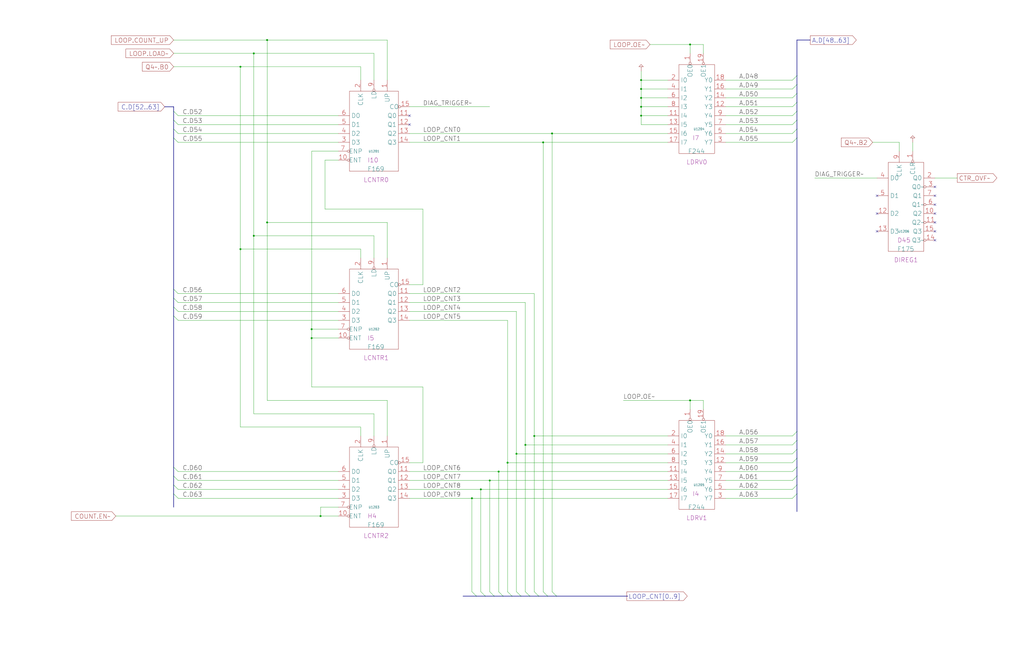
<source format=kicad_sch>
(kicad_sch (version 20230121) (generator eeschema)
  (paper "User" 584.2 378.46)
  (title_block (title "COUNTER LOGIC") (date "15-MAR-90") (rev "1.0") (comment 1 "TYPE") (comment 2 "232-003062") (comment 3 "S400") (comment 4 "RELEASED"))
  (lib_symbols
    (symbol "r1000:F169" (pin_names (offset 1.016))
      (property "Reference" "U" (at 2.54 5.08 0))
      (property "Value" "F169" (at -1.27 -5.08 0))
      (property "Location" "___" (at -1.27 0 0))
      (property "Name" "______" (at 3.81 -12.7 0))
      (symbol "F169_1_1"
        (circle (center -12.065 0) (radius 0.635))
        (circle (center -12.065 5.08) (radius 0.635))
        (rectangle (start -11.43 39.37) (end 16.51 -6.35))
        (circle (center 2.54 40.005) (radius 0.635))
        (circle (center 17.145 30.48) (radius 0.635))
        (pin input line (at 10.16 45.72 270) (length 6.35) (name "UP") (number "1"))
        (pin input line (at -17.78 0 0) (length 5.08) (name "ENT") (number "10"))
        (pin output line (at 22.86 25.4 180) (length 6.35) (name "Q0") (number "11"))
        (pin output line (at 22.86 20.32 180) (length 6.35) (name "Q1") (number "12"))
        (pin output line (at 22.86 15.24 180) (length 6.35) (name "Q2") (number "13"))
        (pin output line (at 22.86 10.16 180) (length 6.35) (name "Q3") (number "14"))
        (pin output line (at 22.86 30.48 180) (length 5.08) (name "CO") (number "15"))
        (pin input line (at -5.08 45.72 270) (length 6.35) (name "CLK") (number "2"))
        (pin input line (at -17.78 10.16 0) (length 6.35) (name "D3") (number "3"))
        (pin input line (at -17.78 15.24 0) (length 6.35) (name "D2") (number "4"))
        (pin input line (at -17.78 20.32 0) (length 6.35) (name "D1") (number "5"))
        (pin input line (at -17.78 25.4 0) (length 6.35) (name "D0") (number "6"))
        (pin input line (at -17.78 5.08 0) (length 5.08) (name "ENP") (number "7"))
        (pin input line (at 2.54 45.72 270) (length 5.08) (name "LD") (number "9"))
      )
    )
    (symbol "r1000:F175" (pin_names (offset 1.016))
      (property "Reference" "U" (at 2.54 5.08 0))
      (property "Value" "F175" (at -1.27 -5.08 0))
      (property "Location" "___" (at -1.27 0 0))
      (property "Name" "______" (at 3.81 -12.7 0))
      (symbol "F175_1_1"
        (rectangle (start -6.35 44.45) (end 13.97 -6.35))
        (circle (center 7.62 45.085) (radius 0.635))
        (circle (center 14.605 0) (radius 0.635))
        (circle (center 14.605 10.16) (radius 0.635))
        (circle (center 14.605 20.32) (radius 0.635))
        (circle (center 14.605 30.48) (radius 0.635))
        (pin input line (at 7.62 50.8 270) (length 5.08) (name "CLR") (number "1"))
        (pin output line (at 20.32 15.24 180) (length 6.35) (name "Q2") (number "10"))
        (pin output line (at 20.32 10.16 180) (length 5.08) (name "Q2~") (number "11"))
        (pin input line (at -12.7 15.24 0) (length 6.35) (name "D2") (number "12"))
        (pin input line (at -12.7 5.08 0) (length 6.35) (name "D3") (number "13"))
        (pin output line (at 20.32 0 180) (length 5.08) (name "Q3~") (number "14"))
        (pin output line (at 20.32 5.08 180) (length 6.35) (name "Q3") (number "15"))
        (pin output line (at 20.32 35.56 180) (length 6.35) (name "Q0") (number "2"))
        (pin output line (at 20.32 30.48 180) (length 5.08) (name "Q0~") (number "3"))
        (pin input line (at -12.7 35.56 0) (length 6.35) (name "D0") (number "4"))
        (pin input line (at -12.7 25.4 0) (length 6.35) (name "D1") (number "5"))
        (pin output line (at 20.32 20.32 180) (length 5.08) (name "Q1~") (number "6"))
        (pin output line (at 20.32 25.4 180) (length 6.35) (name "Q1") (number "7"))
        (pin input line (at 0 50.8 270) (length 6.35) (name "CLK") (number "9"))
      )
    )
    (symbol "r1000:F244" (pin_names (offset 1.016))
      (property "Reference" "U" (at 2.54 5.08 0))
      (property "Value" "F244" (at -3.81 -7.62 0))
      (property "Location" "___" (at -1.27 0 0))
      (property "Name" "______" (at 1.27 -15.24 0))
      (symbol "F244_1_1"
        (rectangle (start -8.89 41.91) (end 11.43 -8.89))
        (circle (center -2.54 42.545) (radius 0.635))
        (circle (center 5.08 42.545) (radius 0.635))
        (pin input line (at -2.54 48.26 270) (length 5.08) (name "OE0") (number "1"))
        (pin input line (at -15.24 12.7 0) (length 6.35) (name "I4") (number "11"))
        (pin tri_state line (at 17.78 17.78 180) (length 6.35) (name "Y3") (number "12"))
        (pin input line (at -15.24 7.62 0) (length 6.35) (name "I5") (number "13"))
        (pin tri_state line (at 17.78 22.86 180) (length 6.35) (name "Y2") (number "14"))
        (pin input line (at -15.24 2.54 0) (length 6.35) (name "I6") (number "15"))
        (pin tri_state line (at 17.78 27.94 180) (length 6.35) (name "Y1") (number "16"))
        (pin input line (at -15.24 -2.54 0) (length 6.35) (name "I7") (number "17"))
        (pin tri_state line (at 17.78 33.02 180) (length 6.35) (name "Y0") (number "18"))
        (pin input line (at 5.08 48.26 270) (length 5.08) (name "OE1") (number "19"))
        (pin input line (at -15.24 33.02 0) (length 6.35) (name "I0") (number "2"))
        (pin tri_state line (at 17.78 -2.54 180) (length 6.35) (name "Y7") (number "3"))
        (pin input line (at -15.24 27.94 0) (length 6.35) (name "I1") (number "4"))
        (pin tri_state line (at 17.78 2.54 180) (length 6.35) (name "Y6") (number "5"))
        (pin input line (at -15.24 22.86 0) (length 6.35) (name "I2") (number "6"))
        (pin tri_state line (at 17.78 7.62 180) (length 6.35) (name "Y5") (number "7"))
        (pin input line (at -15.24 17.78 0) (length 6.35) (name "I3") (number "8"))
        (pin tri_state line (at 17.78 12.7 180) (length 6.35) (name "Y4") (number "9"))
      )
    )
    (symbol "r1000:PU" (power) (pin_numbers hide) (pin_names hide)
      (symbol "PU_0_1"
        (polyline (pts (xy 0 2.54) (xy -1.27 2.54) (xy 0 3.81) (xy 1.27 2.54) (xy 0 2.54)) (stroke (width 0.1524)))
      )
      (symbol "PU_1_1"
        (pin power_in line (at 0 0 90) (length 2.54) (name "PU") (number "1"))
      )
    )
  )
  (junction (at 137.16 38.1))
  (junction (at 314.96 76.2))
  (junction (at 365.76 45.72))
  (junction (at 393.7 228.6))
  (junction (at 393.7 25.4))
  (junction (at 144.78 134.62))
  (junction (at 177.8 193.04))
  (junction (at 365.76 60.96))
  (junction (at 152.4 127))
  (junction (at 137.16 142.24))
  (junction (at 284.48 269.24))
  (junction (at 274.32 279.4))
  (junction (at 304.8 248.92))
  (junction (at 294.64 259.08))
  (junction (at 365.76 50.8))
  (junction (at 269.24 284.48))
  (junction (at 177.8 187.96))
  (junction (at 289.56 264.16))
  (junction (at 182.88 294.64))
  (junction (at 365.76 66.04))
  (junction (at 144.78 30.48))
  (junction (at 365.76 55.88))
  (junction (at 299.72 254))
  (junction (at 279.4 274.32))
  (junction (at 309.88 81.28))
  (junction (at 152.4 22.86))
  (no_connect (at 500.38 121.92))
  (no_connect (at 533.4 111.76))
  (no_connect (at 500.38 132.08))
  (no_connect (at 533.4 106.68))
  (no_connect (at 533.4 132.08))
  (no_connect (at 533.4 127))
  (no_connect (at 533.4 137.16))
  (no_connect (at 533.4 121.92))
  (no_connect (at 533.4 116.84))
  (no_connect (at 233.68 66.04))
  (no_connect (at 233.68 71.12))
  (no_connect (at 500.38 111.76))
  (bus_entry (at 454.66 78.74) (size -2.54 2.54))
  (bus_entry (at 269.24 337.82) (size 2.54 2.54))
  (bus_entry (at 454.66 53.34) (size -2.54 2.54))
  (bus_entry (at 309.88 337.82) (size 2.54 2.54))
  (bus_entry (at 99.06 276.86) (size 2.54 2.54))
  (bus_entry (at 99.06 281.94) (size 2.54 2.54))
  (bus_entry (at 279.4 337.82) (size 2.54 2.54))
  (bus_entry (at 454.66 276.86) (size -2.54 2.54))
  (bus_entry (at 454.66 48.26) (size -2.54 2.54))
  (bus_entry (at 454.66 281.94) (size -2.54 2.54))
  (bus_entry (at 99.06 170.18) (size 2.54 2.54))
  (bus_entry (at 454.66 73.66) (size -2.54 2.54))
  (bus_entry (at 454.66 266.7) (size -2.54 2.54))
  (bus_entry (at 289.56 337.82) (size 2.54 2.54))
  (bus_entry (at 99.06 63.5) (size 2.54 2.54))
  (bus_entry (at 99.06 180.34) (size 2.54 2.54))
  (bus_entry (at 454.66 271.78) (size -2.54 2.54))
  (bus_entry (at 99.06 175.26) (size 2.54 2.54))
  (bus_entry (at 294.64 337.82) (size 2.54 2.54))
  (bus_entry (at 284.48 337.82) (size 2.54 2.54))
  (bus_entry (at 454.66 246.38) (size -2.54 2.54))
  (bus_entry (at 304.8 337.82) (size 2.54 2.54))
  (bus_entry (at 99.06 271.78) (size 2.54 2.54))
  (bus_entry (at 99.06 78.74) (size 2.54 2.54))
  (bus_entry (at 454.66 251.46) (size -2.54 2.54))
  (bus_entry (at 99.06 68.58) (size 2.54 2.54))
  (bus_entry (at 99.06 73.66) (size 2.54 2.54))
  (bus_entry (at 454.66 68.58) (size -2.54 2.54))
  (bus_entry (at 454.66 256.54) (size -2.54 2.54))
  (bus_entry (at 99.06 165.1) (size 2.54 2.54))
  (bus_entry (at 454.66 63.5) (size -2.54 2.54))
  (bus_entry (at 314.96 337.82) (size 2.54 2.54))
  (bus_entry (at 454.66 43.18) (size -2.54 2.54))
  (bus_entry (at 274.32 337.82) (size 2.54 2.54))
  (bus_entry (at 99.06 266.7) (size 2.54 2.54))
  (bus_entry (at 454.66 261.62) (size -2.54 2.54))
  (bus_entry (at 299.72 337.82) (size 2.54 2.54))
  (bus_entry (at 454.66 58.42) (size -2.54 2.54))
  (wire (pts (xy 269.24 284.48) (xy 269.24 337.82)))
  (wire (pts (xy 233.68 274.32) (xy 279.4 274.32)))
  (wire (pts (xy 152.4 127) (xy 152.4 228.6)))
  (wire (pts (xy 144.78 134.62) (xy 144.78 236.22)))
  (bus (pts (xy 99.06 165.1) (xy 99.06 170.18)))
  (wire (pts (xy 299.72 254) (xy 299.72 337.82)))
  (wire (pts (xy 401.32 233.68) (xy 401.32 228.6)))
  (wire (pts (xy 497.84 81.28) (xy 513.08 81.28)))
  (wire (pts (xy 205.74 248.92) (xy 205.74 243.84)))
  (wire (pts (xy 241.3 162.56) (xy 241.3 119.38)))
  (wire (pts (xy 137.16 142.24) (xy 137.16 243.84)))
  (wire (pts (xy 233.68 182.88) (xy 289.56 182.88)))
  (wire (pts (xy 137.16 142.24) (xy 205.74 142.24)))
  (wire (pts (xy 101.6 172.72) (xy 193.04 172.72)))
  (wire (pts (xy 101.6 269.24) (xy 193.04 269.24)))
  (bus (pts (xy 454.66 68.58) (xy 454.66 73.66)))
  (bus (pts (xy 99.06 175.26) (xy 99.06 180.34)))
  (bus (pts (xy 454.66 53.34) (xy 454.66 58.42)))
  (wire (pts (xy 365.76 55.88) (xy 381 55.88)))
  (wire (pts (xy 533.4 101.6) (xy 546.1 101.6)))
  (wire (pts (xy 213.36 134.62) (xy 144.78 134.62)))
  (wire (pts (xy 182.88 289.56) (xy 182.88 294.64)))
  (wire (pts (xy 309.88 81.28) (xy 309.88 337.82)))
  (wire (pts (xy 101.6 66.04) (xy 193.04 66.04)))
  (wire (pts (xy 314.96 76.2) (xy 314.96 337.82)))
  (wire (pts (xy 144.78 30.48) (xy 213.36 30.48)))
  (wire (pts (xy 152.4 22.86) (xy 220.98 22.86)))
  (wire (pts (xy 233.68 76.2) (xy 314.96 76.2)))
  (wire (pts (xy 177.8 193.04) (xy 177.8 187.96)))
  (wire (pts (xy 274.32 279.4) (xy 381 279.4)))
  (wire (pts (xy 414.02 259.08) (xy 452.12 259.08)))
  (bus (pts (xy 99.06 63.5) (xy 99.06 68.58)))
  (bus (pts (xy 454.66 58.42) (xy 454.66 63.5)))
  (wire (pts (xy 241.3 119.38) (xy 185.42 119.38)))
  (wire (pts (xy 213.36 248.92) (xy 213.36 236.22)))
  (wire (pts (xy 393.7 25.4) (xy 393.7 30.48)))
  (wire (pts (xy 304.8 167.64) (xy 304.8 248.92)))
  (bus (pts (xy 454.66 73.66) (xy 454.66 78.74)))
  (wire (pts (xy 193.04 289.56) (xy 182.88 289.56)))
  (wire (pts (xy 365.76 50.8) (xy 365.76 45.72)))
  (wire (pts (xy 414.02 264.16) (xy 452.12 264.16)))
  (wire (pts (xy 101.6 177.8) (xy 193.04 177.8)))
  (bus (pts (xy 99.06 180.34) (xy 99.06 266.7)))
  (bus (pts (xy 99.06 170.18) (xy 99.06 175.26)))
  (wire (pts (xy 220.98 45.72) (xy 220.98 22.86)))
  (wire (pts (xy 414.02 274.32) (xy 452.12 274.32)))
  (wire (pts (xy 213.36 45.72) (xy 213.36 30.48)))
  (wire (pts (xy 185.42 91.44) (xy 193.04 91.44)))
  (wire (pts (xy 294.64 259.08) (xy 294.64 337.82)))
  (wire (pts (xy 414.02 60.96) (xy 452.12 60.96)))
  (wire (pts (xy 233.68 162.56) (xy 241.3 162.56)))
  (wire (pts (xy 177.8 220.98) (xy 177.8 193.04)))
  (wire (pts (xy 414.02 45.72) (xy 452.12 45.72)))
  (wire (pts (xy 99.06 30.48) (xy 144.78 30.48)))
  (wire (pts (xy 365.76 50.8) (xy 381 50.8)))
  (wire (pts (xy 99.06 38.1) (xy 137.16 38.1)))
  (bus (pts (xy 276.86 340.36) (xy 281.94 340.36)))
  (wire (pts (xy 393.7 25.4) (xy 370.84 25.4)))
  (wire (pts (xy 220.98 228.6) (xy 152.4 228.6)))
  (wire (pts (xy 101.6 284.48) (xy 193.04 284.48)))
  (wire (pts (xy 99.06 22.86) (xy 152.4 22.86)))
  (wire (pts (xy 365.76 55.88) (xy 365.76 50.8)))
  (bus (pts (xy 317.5 340.36) (xy 358.14 340.36)))
  (bus (pts (xy 454.66 256.54) (xy 454.66 261.62)))
  (wire (pts (xy 309.88 81.28) (xy 381 81.28)))
  (bus (pts (xy 99.06 60.96) (xy 99.06 63.5)))
  (wire (pts (xy 177.8 187.96) (xy 177.8 86.36)))
  (wire (pts (xy 177.8 86.36) (xy 193.04 86.36)))
  (bus (pts (xy 462.28 22.86) (xy 454.66 22.86)))
  (wire (pts (xy 289.56 264.16) (xy 289.56 337.82)))
  (wire (pts (xy 365.76 66.04) (xy 381 66.04)))
  (wire (pts (xy 241.3 264.16) (xy 241.3 220.98)))
  (wire (pts (xy 101.6 274.32) (xy 193.04 274.32)))
  (wire (pts (xy 414.02 284.48) (xy 452.12 284.48)))
  (wire (pts (xy 299.72 172.72) (xy 299.72 254)))
  (wire (pts (xy 241.3 220.98) (xy 177.8 220.98)))
  (bus (pts (xy 302.26 340.36) (xy 307.34 340.36)))
  (wire (pts (xy 414.02 279.4) (xy 452.12 279.4)))
  (wire (pts (xy 205.74 243.84) (xy 137.16 243.84)))
  (wire (pts (xy 414.02 55.88) (xy 452.12 55.88)))
  (wire (pts (xy 393.7 228.6) (xy 393.7 233.68)))
  (wire (pts (xy 365.76 45.72) (xy 381 45.72)))
  (wire (pts (xy 284.48 269.24) (xy 381 269.24)))
  (wire (pts (xy 414.02 269.24) (xy 452.12 269.24)))
  (wire (pts (xy 365.76 60.96) (xy 381 60.96)))
  (bus (pts (xy 454.66 261.62) (xy 454.66 266.7)))
  (bus (pts (xy 281.94 340.36) (xy 287.02 340.36)))
  (bus (pts (xy 264.16 340.36) (xy 271.78 340.36)))
  (wire (pts (xy 365.76 60.96) (xy 365.76 55.88)))
  (wire (pts (xy 269.24 284.48) (xy 381 284.48)))
  (wire (pts (xy 365.76 71.12) (xy 365.76 66.04)))
  (wire (pts (xy 314.96 76.2) (xy 381 76.2)))
  (wire (pts (xy 101.6 182.88) (xy 193.04 182.88)))
  (bus (pts (xy 454.66 43.18) (xy 454.66 48.26)))
  (bus (pts (xy 454.66 78.74) (xy 454.66 246.38)))
  (wire (pts (xy 401.32 25.4) (xy 393.7 25.4)))
  (bus (pts (xy 99.06 271.78) (xy 99.06 276.86)))
  (bus (pts (xy 99.06 78.74) (xy 99.06 165.1)))
  (wire (pts (xy 177.8 187.96) (xy 193.04 187.96)))
  (wire (pts (xy 233.68 60.96) (xy 279.4 60.96)))
  (wire (pts (xy 414.02 81.28) (xy 452.12 81.28)))
  (wire (pts (xy 294.64 177.8) (xy 294.64 259.08)))
  (wire (pts (xy 182.88 294.64) (xy 193.04 294.64)))
  (wire (pts (xy 152.4 22.86) (xy 152.4 127)))
  (bus (pts (xy 271.78 340.36) (xy 276.86 340.36)))
  (bus (pts (xy 454.66 276.86) (xy 454.66 281.94)))
  (wire (pts (xy 520.7 81.28) (xy 520.7 86.36)))
  (wire (pts (xy 137.16 38.1) (xy 205.74 38.1)))
  (wire (pts (xy 205.74 147.32) (xy 205.74 142.24)))
  (wire (pts (xy 274.32 279.4) (xy 274.32 337.82)))
  (wire (pts (xy 393.7 228.6) (xy 355.6 228.6)))
  (wire (pts (xy 414.02 254) (xy 452.12 254)))
  (wire (pts (xy 381 71.12) (xy 365.76 71.12)))
  (wire (pts (xy 279.4 274.32) (xy 279.4 337.82)))
  (wire (pts (xy 101.6 81.28) (xy 193.04 81.28)))
  (bus (pts (xy 297.18 340.36) (xy 302.26 340.36)))
  (wire (pts (xy 414.02 76.2) (xy 452.12 76.2)))
  (wire (pts (xy 401.32 228.6) (xy 393.7 228.6)))
  (wire (pts (xy 289.56 264.16) (xy 381 264.16)))
  (bus (pts (xy 99.06 73.66) (xy 99.06 78.74)))
  (bus (pts (xy 454.66 63.5) (xy 454.66 68.58)))
  (wire (pts (xy 233.68 284.48) (xy 269.24 284.48)))
  (bus (pts (xy 312.42 340.36) (xy 317.5 340.36)))
  (wire (pts (xy 304.8 248.92) (xy 381 248.92)))
  (bus (pts (xy 454.66 266.7) (xy 454.66 271.78)))
  (wire (pts (xy 304.8 248.92) (xy 304.8 337.82)))
  (wire (pts (xy 185.42 119.38) (xy 185.42 91.44)))
  (wire (pts (xy 177.8 193.04) (xy 193.04 193.04)))
  (bus (pts (xy 93.98 60.96) (xy 99.06 60.96)))
  (wire (pts (xy 294.64 259.08) (xy 381 259.08)))
  (wire (pts (xy 101.6 167.64) (xy 193.04 167.64)))
  (wire (pts (xy 414.02 71.12) (xy 452.12 71.12)))
  (bus (pts (xy 307.34 340.36) (xy 312.42 340.36)))
  (wire (pts (xy 66.04 294.64) (xy 182.88 294.64)))
  (bus (pts (xy 454.66 271.78) (xy 454.66 276.86)))
  (wire (pts (xy 213.36 236.22) (xy 144.78 236.22)))
  (wire (pts (xy 233.68 81.28) (xy 309.88 81.28)))
  (wire (pts (xy 233.68 177.8) (xy 294.64 177.8)))
  (wire (pts (xy 233.68 264.16) (xy 241.3 264.16)))
  (bus (pts (xy 99.06 276.86) (xy 99.06 281.94)))
  (wire (pts (xy 464.82 101.6) (xy 500.38 101.6)))
  (bus (pts (xy 287.02 340.36) (xy 292.1 340.36)))
  (wire (pts (xy 101.6 279.4) (xy 193.04 279.4)))
  (bus (pts (xy 99.06 266.7) (xy 99.06 271.78)))
  (wire (pts (xy 284.48 269.24) (xy 284.48 337.82)))
  (wire (pts (xy 299.72 254) (xy 381 254)))
  (bus (pts (xy 454.66 22.86) (xy 454.66 43.18)))
  (bus (pts (xy 454.66 251.46) (xy 454.66 256.54)))
  (bus (pts (xy 99.06 281.94) (xy 99.06 289.56)))
  (wire (pts (xy 101.6 76.2) (xy 193.04 76.2)))
  (bus (pts (xy 99.06 68.58) (xy 99.06 73.66)))
  (wire (pts (xy 233.68 279.4) (xy 274.32 279.4)))
  (wire (pts (xy 233.68 269.24) (xy 284.48 269.24)))
  (wire (pts (xy 414.02 248.92) (xy 452.12 248.92)))
  (wire (pts (xy 513.08 86.36) (xy 513.08 81.28)))
  (wire (pts (xy 401.32 30.48) (xy 401.32 25.4)))
  (bus (pts (xy 454.66 281.94) (xy 454.66 292.1)))
  (wire (pts (xy 414.02 50.8) (xy 452.12 50.8)))
  (wire (pts (xy 220.98 147.32) (xy 220.98 127)))
  (wire (pts (xy 137.16 38.1) (xy 137.16 142.24)))
  (wire (pts (xy 233.68 172.72) (xy 299.72 172.72)))
  (wire (pts (xy 289.56 182.88) (xy 289.56 264.16)))
  (wire (pts (xy 144.78 30.48) (xy 144.78 134.62)))
  (wire (pts (xy 365.76 45.72) (xy 365.76 40.64)))
  (bus (pts (xy 292.1 340.36) (xy 297.18 340.36)))
  (wire (pts (xy 152.4 127) (xy 220.98 127)))
  (bus (pts (xy 454.66 246.38) (xy 454.66 251.46)))
  (wire (pts (xy 205.74 45.72) (xy 205.74 38.1)))
  (wire (pts (xy 101.6 71.12) (xy 193.04 71.12)))
  (wire (pts (xy 365.76 66.04) (xy 365.76 60.96)))
  (wire (pts (xy 414.02 66.04) (xy 452.12 66.04)))
  (wire (pts (xy 213.36 147.32) (xy 213.36 134.62)))
  (wire (pts (xy 233.68 167.64) (xy 304.8 167.64)))
  (bus (pts (xy 454.66 48.26) (xy 454.66 53.34)))
  (wire (pts (xy 279.4 274.32) (xy 381 274.32)))
  (wire (pts (xy 220.98 248.92) (xy 220.98 228.6)))
  (label "C.D58" (at 104.14 177.8 0) (effects (font (size 2.54 2.54))))
  (label "A.D63" (at 421.64 284.48 0) (effects (font (size 2.54 2.54))))
  (label "LOOP_CNT3" (at 241.3 172.72 0) (effects (font (size 2.54 2.54))))
  (label "C.D59" (at 104.14 182.88 0) (effects (font (size 2.54 2.54))))
  (label "LOOP_CNT2" (at 241.3 167.64 0) (effects (font (size 2.54 2.54))))
  (label "A.D61" (at 421.64 274.32 0) (effects (font (size 2.54 2.54))))
  (label "A.D62" (at 421.64 279.4 0) (effects (font (size 2.54 2.54))))
  (label "C.D54" (at 104.14 76.2 0) (effects (font (size 2.54 2.54))))
  (label "LOOP_CNT8" (at 241.3 279.4 0) (effects (font (size 2.54 2.54))))
  (label "LOOP.OE~" (at 355.6 228.6 0) (effects (font (size 2.54 2.54))))
  (label "LOOP_CNT4" (at 241.3 177.8 0) (effects (font (size 2.54 2.54))))
  (label "A.D57" (at 421.64 254 0) (effects (font (size 2.54 2.54))))
  (label "C.D53" (at 104.14 71.12 0) (effects (font (size 2.54 2.54))))
  (label "LOOP_CNT7" (at 241.3 274.32 0) (effects (font (size 2.54 2.54))))
  (label "C.D52" (at 104.14 66.04 0) (effects (font (size 2.54 2.54))))
  (label "C.D55" (at 104.14 81.28 0) (effects (font (size 2.54 2.54))))
  (label "A.D53" (at 421.64 71.12 0) (effects (font (size 2.54 2.54))))
  (label "C.D61" (at 104.14 274.32 0) (effects (font (size 2.54 2.54))))
  (label "A.D51" (at 421.64 60.96 0) (effects (font (size 2.54 2.54))))
  (label "C.D56" (at 104.14 167.64 0) (effects (font (size 2.54 2.54))))
  (label "A.D52" (at 421.64 66.04 0) (effects (font (size 2.54 2.54))))
  (label "DIAG_TRIGGER~" (at 464.82 101.6 0) (effects (font (size 2.54 2.54))))
  (label "A.D56" (at 421.64 248.92 0) (effects (font (size 2.54 2.54))))
  (label "A.D48" (at 421.64 45.72 0) (effects (font (size 2.54 2.54))))
  (label "LOOP_CNT9" (at 241.3 284.48 0) (effects (font (size 2.54 2.54))))
  (label "A.D55" (at 421.64 81.28 0) (effects (font (size 2.54 2.54))))
  (label "LOOP_CNT5" (at 241.3 182.88 0) (effects (font (size 2.54 2.54))))
  (label "A.D59" (at 421.64 264.16 0) (effects (font (size 2.54 2.54))))
  (label "A.D54" (at 421.64 76.2 0) (effects (font (size 2.54 2.54))))
  (label "C.D57" (at 104.14 172.72 0) (effects (font (size 2.54 2.54))))
  (label "LOOP_CNT0" (at 241.3 76.2 0) (effects (font (size 2.54 2.54))))
  (label "A.D50" (at 421.64 55.88 0) (effects (font (size 2.54 2.54))))
  (label "A.D60" (at 421.64 269.24 0) (effects (font (size 2.54 2.54))))
  (label "DIAG_TRIGGER~" (at 241.3 60.96 0) (effects (font (size 2.54 2.54))))
  (label "C.D63" (at 104.14 284.48 0) (effects (font (size 2.54 2.54))))
  (label "C.D62" (at 104.14 279.4 0) (effects (font (size 2.54 2.54))))
  (label "A.D58" (at 421.64 259.08 0) (effects (font (size 2.54 2.54))))
  (label "LOOP_CNT6" (at 241.3 269.24 0) (effects (font (size 2.54 2.54))))
  (label "LOOP_CNT1" (at 241.3 81.28 0) (effects (font (size 2.54 2.54))))
  (label "C.D60" (at 104.14 269.24 0) (effects (font (size 2.54 2.54))))
  (label "A.D49" (at 421.64 50.8 0) (effects (font (size 2.54 2.54))))
  (global_label "Q4~.B0" (shape input) (at 99.06 38.1 180) (effects (font (size 2.54 2.54))) (property "Intersheetrefs" "${INTERSHEET_REFS}" (at 81.1711 37.9413 0) (effects (font (size 1.905 1.905)) (justify right))))
  (global_label "A.D[48..63]" (shape output) (at 462.28 22.86 0) (effects (font (size 2.54 2.54))) (property "Intersheetrefs" "${INTERSHEET_REFS}" (at 488.5146 22.7013 0) (effects (font (size 1.905 1.905)) (justify left))))
  (global_label "LOOP_CNT[0..9]" (shape output) (at 357.6069 340.36 0) (effects (font (size 2.54 2.54))) (property "Intersheetrefs" "${INTERSHEET_REFS}" (at 392.0662 340.2013 0) (effects (font (size 1.905 1.905)) (justify left))))
  (global_label "C.D[52..63]" (shape input) (at 93.98 60.96 180) (effects (font (size 2.54 2.54))) (property "Intersheetrefs" "${INTERSHEET_REFS}" (at 67.3826 60.8013 0) (effects (font (size 1.905 1.905)) (justify right))))
  (global_label "CTR_OVF~" (shape output) (at 546.1 101.6 0) (effects (font (size 2.54 2.54))) (property "Intersheetrefs" "${INTERSHEET_REFS}" (at 568.706 101.4413 0) (effects (font (size 1.905 1.905)) (justify left))))
  (global_label "LOOP.OE~" (shape input) (at 370.84 25.4 180) (effects (font (size 2.54 2.54))) (property "Intersheetrefs" "${INTERSHEET_REFS}" (at 348.113 25.2413 0) (effects (font (size 1.905 1.905)) (justify right))))
  (global_label "LOOP.COUNT_UP" (shape input) (at 99.06 22.86 180) (effects (font (size 2.54 2.54))) (property "Intersheetrefs" "${INTERSHEET_REFS}" (at 63.5121 22.7013 0) (effects (font (size 1.905 1.905)) (justify right))))
  (global_label "LOOP.LOAD~" (shape input) (at 99.06 30.48 180) (effects (font (size 2.54 2.54))) (property "Intersheetrefs" "${INTERSHEET_REFS}" (at 71.8578 30.3213 0) (effects (font (size 1.905 1.905)) (justify right))))
  (global_label "Q4~.B2" (shape input) (at 497.84 81.28 180) (effects (font (size 2.54 2.54))) (property "Intersheetrefs" "${INTERSHEET_REFS}" (at 479.9511 81.1213 0) (effects (font (size 1.905 1.905)) (justify right))))
  (global_label "COUNT.EN~" (shape input) (at 66.04 294.64 180) (effects (font (size 2.54 2.54))) (property "Intersheetrefs" "${INTERSHEET_REFS}" (at 40.773 294.4813 0) (effects (font (size 1.905 1.905)) (justify right))))
  (symbol (lib_id "r1000:F244") (at 396.24 281.94 0) (unit 1)
    (property "Reference" "U1205" (at 398.78 276.86 0))
    (property "Value" "F244" (at 392.43 289.56 0) (effects (font (size 2.54 2.54)) (justify left)))
    (property "Location" "I4" (at 394.97 281.94 0) (effects (font (size 2.54 2.54)) (justify left)))
    (property "Name" "LDRV1" (at 397.51 297.18 0) (effects (font (size 2.54 2.54)) (justify bottom)))
  )
  (symbol (lib_id "r1000:F175") (at 513.08 137.16 0) (unit 1)
    (property "Reference" "U1206" (at 515.62 132.08 0))
    (property "Value" "F175" (at 511.81 142.24 0) (effects (font (size 2.54 2.54)) (justify left)))
    (property "Location" "D45" (at 511.81 137.16 0) (effects (font (size 2.54 2.54)) (justify left)))
    (property "Name" "DIREG1" (at 516.89 149.86 0) (effects (font (size 2.54 2.54)) (justify bottom)))
  )
  (symbol (lib_id "r1000:PU") (at 365.76 40.64 0) (unit 1)
    (property "Reference" "#PWR01201" (effects hide))
    (property "Value" "PU" (effects hide))
  )
  (symbol (lib_id "r1000:F169") (at 210.82 294.64 0) (unit 1)
    (property "Reference" "U1203" (at 213.36 289.56 0))
    (property "Value" "F169" (at 209.55 299.72 0) (effects (font (size 2.54 2.54)) (justify left)))
    (property "Location" "H4" (at 209.55 294.64 0) (effects (font (size 2.54 2.54)) (justify left)))
    (property "Name" "LCNTR2" (at 214.63 307.34 0) (effects (font (size 2.54 2.54)) (justify bottom)))
  )
  (symbol (lib_id "r1000:F169") (at 210.82 193.04 0) (unit 1)
    (property "Reference" "U1202" (at 213.36 187.96 0))
    (property "Value" "F169" (at 209.55 198.12 0) (effects (font (size 2.54 2.54)) (justify left)))
    (property "Location" "I5" (at 209.55 193.04 0) (effects (font (size 2.54 2.54)) (justify left)))
    (property "Name" "LCNTR1" (at 214.63 205.74 0) (effects (font (size 2.54 2.54)) (justify bottom)))
  )
  (symbol (lib_id "r1000:F169") (at 210.82 91.44 0) (unit 1)
    (property "Reference" "U1201" (at 213.36 86.36 0))
    (property "Value" "F169" (at 209.55 96.52 0) (effects (font (size 2.54 2.54)) (justify left)))
    (property "Location" "I10" (at 209.55 91.44 0) (effects (font (size 2.54 2.54)) (justify left)))
    (property "Name" "LCNTR0" (at 214.63 104.14 0) (effects (font (size 2.54 2.54)) (justify bottom)))
  )
  (symbol (lib_id "r1000:PU") (at 520.7 81.28 0) (unit 1)
    (property "Reference" "#PWR01202" (effects hide))
    (property "Value" "PU" (effects hide))
  )
  (symbol (lib_id "r1000:F244") (at 396.24 78.74 0) (unit 1)
    (property "Reference" "U1204" (at 398.78 73.66 0))
    (property "Value" "F244" (at 392.43 86.36 0) (effects (font (size 2.54 2.54)) (justify left)))
    (property "Location" "I7" (at 394.97 78.74 0) (effects (font (size 2.54 2.54)) (justify left)))
    (property "Name" "LDRV0" (at 397.51 93.98 0) (effects (font (size 2.54 2.54)) (justify bottom)))
  )
)
</source>
